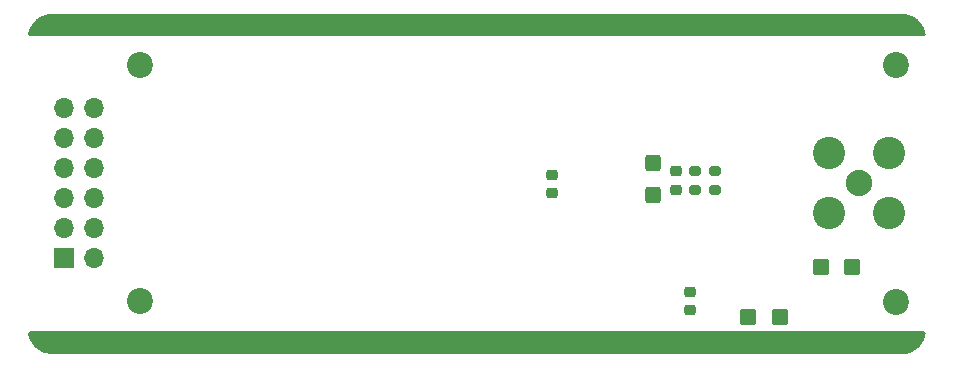
<source format=gbr>
%TF.GenerationSoftware,KiCad,Pcbnew,(6.0.5)*%
%TF.CreationDate,2022-10-08T22:42:16+08:00*%
%TF.ProjectId,LabPrecisionVoltageSource_V1.2,4c616250-7265-4636-9973-696f6e566f6c,rev?*%
%TF.SameCoordinates,Original*%
%TF.FileFunction,Soldermask,Bot*%
%TF.FilePolarity,Negative*%
%FSLAX46Y46*%
G04 Gerber Fmt 4.6, Leading zero omitted, Abs format (unit mm)*
G04 Created by KiCad (PCBNEW (6.0.5)) date 2022-10-08 22:42:16*
%MOMM*%
%LPD*%
G01*
G04 APERTURE LIST*
G04 Aperture macros list*
%AMRoundRect*
0 Rectangle with rounded corners*
0 $1 Rounding radius*
0 $2 $3 $4 $5 $6 $7 $8 $9 X,Y pos of 4 corners*
0 Add a 4 corners polygon primitive as box body*
4,1,4,$2,$3,$4,$5,$6,$7,$8,$9,$2,$3,0*
0 Add four circle primitives for the rounded corners*
1,1,$1+$1,$2,$3*
1,1,$1+$1,$4,$5*
1,1,$1+$1,$6,$7*
1,1,$1+$1,$8,$9*
0 Add four rect primitives between the rounded corners*
20,1,$1+$1,$2,$3,$4,$5,0*
20,1,$1+$1,$4,$5,$6,$7,0*
20,1,$1+$1,$6,$7,$8,$9,0*
20,1,$1+$1,$8,$9,$2,$3,0*%
G04 Aperture macros list end*
%ADD10C,2.240000*%
%ADD11C,2.740000*%
%ADD12C,2.200000*%
%ADD13R,1.700000X1.700000*%
%ADD14O,1.700000X1.700000*%
%ADD15RoundRect,0.200000X0.275000X-0.200000X0.275000X0.200000X-0.275000X0.200000X-0.275000X-0.200000X0*%
%ADD16RoundRect,0.225000X-0.250000X0.225000X-0.250000X-0.225000X0.250000X-0.225000X0.250000X0.225000X0*%
%ADD17RoundRect,0.250000X-0.450000X-0.425000X0.450000X-0.425000X0.450000X0.425000X-0.450000X0.425000X0*%
%ADD18RoundRect,0.250000X-0.425000X0.450000X-0.425000X-0.450000X0.425000X-0.450000X0.425000X0.450000X0*%
%ADD19RoundRect,0.250000X0.450000X0.425000X-0.450000X0.425000X-0.450000X-0.425000X0.450000X-0.425000X0*%
%ADD20RoundRect,0.225000X0.250000X-0.225000X0.250000X0.225000X-0.250000X0.225000X-0.250000X-0.225000X0*%
G04 APERTURE END LIST*
D10*
%TO.C,J101*%
X189400000Y-94700000D03*
D11*
X186860000Y-92160000D03*
X191940000Y-92160000D03*
X186860000Y-97240000D03*
X191940000Y-97240000D03*
%TD*%
D12*
%TO.C,H103*%
X128578396Y-84775865D03*
%TD*%
D13*
%TO.C,J102*%
X122081141Y-101069677D03*
D14*
X124621141Y-101069677D03*
X122081141Y-98529677D03*
X124621141Y-98529677D03*
X122081141Y-95989677D03*
X124621141Y-95989677D03*
X122081141Y-93449677D03*
X124621141Y-93449677D03*
X122081141Y-90909677D03*
X124621141Y-90909677D03*
X122081141Y-88369677D03*
X124621141Y-88369677D03*
%TD*%
D12*
%TO.C,H104*%
X192574195Y-84775863D03*
%TD*%
%TO.C,H102*%
X128578398Y-104725861D03*
%TD*%
%TO.C,H101*%
X192574196Y-104775862D03*
%TD*%
D15*
%TO.C,R402*%
X177211670Y-95338454D03*
X177211670Y-93688454D03*
%TD*%
D16*
%TO.C,C401*%
X173911670Y-93738456D03*
X173911670Y-95288456D03*
%TD*%
D17*
%TO.C,C503*%
X186161671Y-101813455D03*
X188861671Y-101813455D03*
%TD*%
D18*
%TO.C,C402*%
X171961671Y-93063456D03*
X171961671Y-95763456D03*
%TD*%
D16*
%TO.C,C302*%
X163421143Y-94050862D03*
X163421143Y-95600862D03*
%TD*%
D15*
%TO.C,R401*%
X175561669Y-95338456D03*
X175561669Y-93688456D03*
%TD*%
D19*
%TO.C,C506*%
X182761671Y-106063456D03*
X180061671Y-106063456D03*
%TD*%
D20*
%TO.C,C407*%
X175111671Y-105488455D03*
X175111671Y-103938455D03*
%TD*%
G36*
X193076117Y-80400321D02*
G01*
X193346779Y-80419677D01*
X193364576Y-80422236D01*
X193625795Y-80479065D01*
X193643044Y-80484130D01*
X193893522Y-80577557D01*
X193909874Y-80585025D01*
X194144505Y-80713145D01*
X194159628Y-80722864D01*
X194373637Y-80883070D01*
X194387224Y-80894843D01*
X194576259Y-81083879D01*
X194588031Y-81097464D01*
X194748238Y-81311473D01*
X194757957Y-81326597D01*
X194886078Y-81561230D01*
X194893546Y-81577583D01*
X194986970Y-81828057D01*
X194992035Y-81845305D01*
X195048864Y-82106527D01*
X195051423Y-82124320D01*
X195054334Y-82165008D01*
X195039244Y-82234383D01*
X194989043Y-82284586D01*
X194928655Y-82300000D01*
X119226000Y-82300000D01*
X119157879Y-82279998D01*
X119111386Y-82226342D01*
X119100000Y-82174000D01*
X119100000Y-82089545D01*
X119102881Y-82062755D01*
X119150196Y-81845309D01*
X119155262Y-81828061D01*
X119248700Y-81577582D01*
X119256167Y-81561231D01*
X119384296Y-81326598D01*
X119394016Y-81311475D01*
X119554230Y-81097469D01*
X119566002Y-81083884D01*
X119755040Y-80894852D01*
X119768626Y-80883080D01*
X119982640Y-80722874D01*
X119997763Y-80713155D01*
X120232401Y-80585033D01*
X120248752Y-80577566D01*
X120499230Y-80484140D01*
X120516479Y-80479075D01*
X120777695Y-80422247D01*
X120795503Y-80419687D01*
X121066659Y-80400320D01*
X121075636Y-80400000D01*
X193067129Y-80400000D01*
X193076117Y-80400321D01*
G37*
G36*
X194996795Y-107320002D02*
G01*
X195043288Y-107373658D01*
X195054354Y-107434981D01*
X195051451Y-107475606D01*
X195048892Y-107493407D01*
X194992070Y-107754630D01*
X194987005Y-107771880D01*
X194893583Y-108022360D01*
X194886115Y-108038713D01*
X194757994Y-108273352D01*
X194748274Y-108288476D01*
X194588068Y-108502486D01*
X194576295Y-108516073D01*
X194387256Y-108705109D01*
X194373669Y-108716882D01*
X194159653Y-108877090D01*
X194144529Y-108886809D01*
X193909897Y-109014923D01*
X193893543Y-109022392D01*
X193643053Y-109115814D01*
X193625803Y-109120878D01*
X193364572Y-109177699D01*
X193346794Y-109180256D01*
X193075647Y-109199677D01*
X193066620Y-109199999D01*
X121075630Y-109185788D01*
X121066656Y-109185466D01*
X120795496Y-109166050D01*
X120777714Y-109163493D01*
X120516481Y-109106670D01*
X120499231Y-109101605D01*
X120248753Y-109008186D01*
X120232400Y-109000718D01*
X119997769Y-108872604D01*
X119982645Y-108862885D01*
X119768632Y-108702679D01*
X119755045Y-108690906D01*
X119566010Y-108501874D01*
X119554237Y-108488288D01*
X119394030Y-108274279D01*
X119384311Y-108259154D01*
X119256193Y-108024524D01*
X119248724Y-108008171D01*
X119155302Y-107757694D01*
X119150237Y-107740445D01*
X119093411Y-107479217D01*
X119090853Y-107461423D01*
X119090321Y-107453985D01*
X119090000Y-107444996D01*
X119090000Y-107426000D01*
X119110002Y-107357879D01*
X119163658Y-107311386D01*
X119216000Y-107300000D01*
X194928674Y-107300000D01*
X194996795Y-107320002D01*
G37*
M02*

</source>
